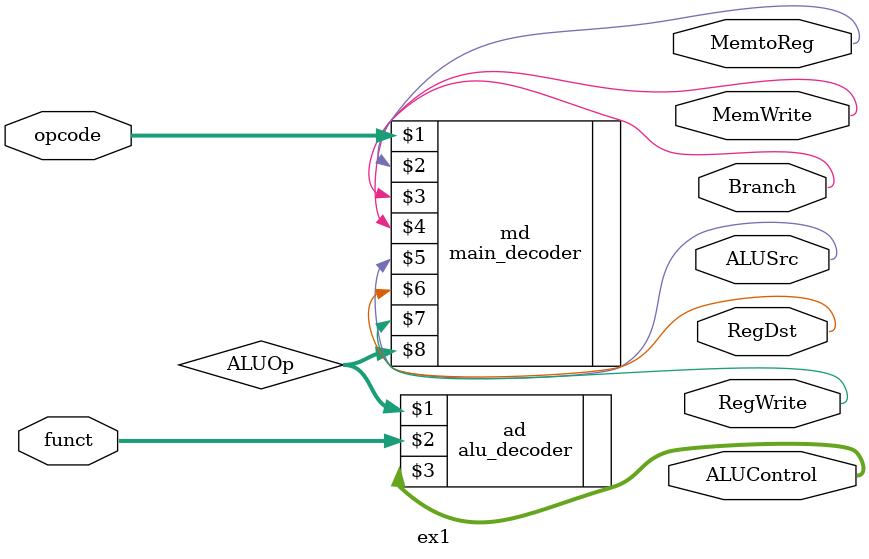
<source format=v>
module ex1( 
	input [5:0] opcode, funct,
	output MemtoReg, MemWrite, Branch, ALUSrc, RegDst, RegWrite,
 	output [2:0] ALUControl
);

	wire [1:0] ALUOp;

	main_decoder md(opcode, MemtoReg, MemWrite, Branch, ALUSrc, RegDst, RegWrite, ALUOp);
	alu_decoder ad(ALUOp, funct, ALUControl);

endmodule
</source>
